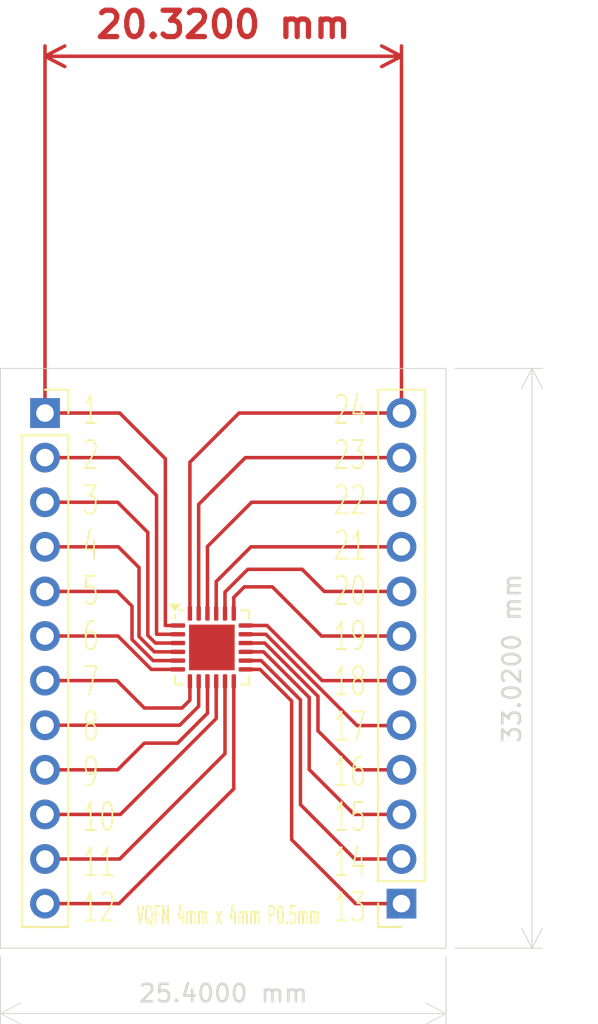
<source format=kicad_pcb>
(kicad_pcb (version 20240108) (generator "pcbnew") (generator_version "8.0")
  (layers (0 "F.Cu" signal) (31 "B.Cu" signal) (34 "B.Paste" user) (35 "F.Paste" user) (36 "B.SilkS" user "B.Silkscreen") (37 "F.SilkS" user "F.Silkscreen") (38 "B.Mask" user) (39 "F.Mask" user) (44 "Edge.Cuts" user))
  (net 0 "")
  (net 1 "Net-(J1-Pin_6)")
  (net 2 "Net-(J1-Pin_2)")
  (net 3 "Net-(J1-Pin_7)")
  (net 4 "Net-(J1-Pin_3)")
  (net 5 "Net-(J1-Pin_11)")
  (net 6 "Net-(J1-Pin_4)")
  (net 7 "Net-(J1-Pin_10)")
  (net 8 "Net-(J1-Pin_12)")
  (net 9 "Net-(J1-Pin_1)")
  (net 10 "Net-(J1-Pin_8)")
  (net 11 "Net-(J2-Pin_11)")
  (net 12 "Net-(J2-Pin_5)")
  (net 13 "Net-(J2-Pin_10)")
  (net 14 "Net-(J2-Pin_8)")
  (net 15 "Net-(J2-Pin_4)")
  (net 16 "Net-(J2-Pin_1)")
  (net 17 "Net-(J2-Pin_2)")
  (net 18 "Net-(J2-Pin_6)")
  (net 19 "Net-(J2-Pin_9)")
  (net 20 "Net-(J2-Pin_3)")
  (net 21 "Net-(J2-Pin_7)")
  (net 22 "Net-(J2-Pin_12)")
  (net 23 "Net-(J1-Pin_9)")
  (net 24 "Net-(J1-Pin_5)")
  (footprint "Connector_PinSocket_2.54mm:PinSocket_1x12_P2.54mm_Vertical" (layer "F.Cu") (at 127 104.14)
    (property "Reference" "J1" (hide yes))
    (property "Value" "Conn_01x12_Pin" (hide yes))
    (fp_line (start -1.33 1.27) (end -1.33 29.27) (stroke (width 0.12)) (layer "F.SilkS"))
    (fp_line (start -1.33 1.27) (end 1.33 1.27) (stroke (width 0.12)) (layer "F.SilkS"))
    (fp_line (start -1.33 29.27) (end 1.33 29.27) (stroke (width 0.12)) (layer "F.SilkS"))
    (fp_line (start 0 -1.33) (end 1.33 -1.33) (stroke (width 0.12)) (layer "F.SilkS"))
    (fp_line (start 1.33 -1.33) (end 1.33 0) (stroke (width 0.12)) (layer "F.SilkS"))
    (fp_line (start 1.33 1.27) (end 1.33 29.27) (stroke (width 0.12)) (layer "F.SilkS"))
    (pad "1" thru_hole rect (at 0 0) (size 1.7 1.7) (drill 1) (layers "*.Cu" "*.Mask") (net 9 "Net-(J1-Pin_1)"))
    (pad "2" thru_hole oval (at 0 2.54) (size 1.7 1.7) (drill 1) (layers "*.Cu" "*.Mask") (net 2 "Net-(J1-Pin_2)"))
    (pad "3" thru_hole oval (at 0 5.08) (size 1.7 1.7) (drill 1) (layers "*.Cu" "*.Mask") (net 4 "Net-(J1-Pin_3)"))
    (pad "4" thru_hole oval (at 0 7.62) (size 1.7 1.7) (drill 1) (layers "*.Cu" "*.Mask") (net 6 "Net-(J1-Pin_4)"))
    (pad "5" thru_hole oval (at 0 10.16) (size 1.7 1.7) (drill 1) (layers "*.Cu" "*.Mask") (net 24 "Net-(J1-Pin_5)"))
    (pad "6" thru_hole oval (at 0 12.7) (size 1.7 1.7) (drill 1) (layers "*.Cu" "*.Mask") (net 1 "Net-(J1-Pin_6)"))
    (pad "7" thru_hole oval (at 0 15.24) (size 1.7 1.7) (drill 1) (layers "*.Cu" "*.Mask") (net 3 "Net-(J1-Pin_7)"))
    (pad "8" thru_hole oval (at 0 17.78) (size 1.7 1.7) (drill 1) (layers "*.Cu" "*.Mask") (net 10 "Net-(J1-Pin_8)"))
    (pad "9" thru_hole oval (at 0 20.32) (size 1.7 1.7) (drill 1) (layers "*.Cu" "*.Mask") (net 23 "Net-(J1-Pin_9)"))
    (pad "10" thru_hole oval (at 0 22.86) (size 1.7 1.7) (drill 1) (layers "*.Cu" "*.Mask") (net 7 "Net-(J1-Pin_10)"))
    (pad "11" thru_hole oval (at 0 25.4) (size 1.7 1.7) (drill 1) (layers "*.Cu" "*.Mask") (net 5 "Net-(J1-Pin_11)"))
    (pad "12" thru_hole oval (at 0 27.94) (size 1.7 1.7) (drill 1) (layers "*.Cu" "*.Mask") (net 8 "Net-(J1-Pin_12)"))
  )
  (footprint "Connector_PinSocket_2.54mm:PinSocket_1x12_P2.54mm_Vertical" (layer "F.Cu") (at 147.32 132.08 180)
    (property "Reference" "J2" (hide yes))
    (property "Value" "Conn_01x12_Pin" (hide yes))
    (fp_line (start 1.33 1.27) (end 1.33 29.27) (stroke (width 0.12)) (layer "F.SilkS"))
    (fp_line (start 1.33 -1.33) (end 1.33 0) (stroke (width 0.12)) (layer "F.SilkS"))
    (fp_line (start 0 -1.33) (end 1.33 -1.33) (stroke (width 0.12)) (layer "F.SilkS"))
    (fp_line (start -1.33 29.27) (end 1.33 29.27) (stroke (width 0.12)) (layer "F.SilkS"))
    (fp_line (start -1.33 1.27) (end 1.33 1.27) (stroke (width 0.12)) (layer "F.SilkS"))
    (fp_line (start -1.33 1.27) (end -1.33 29.27) (stroke (width 0.12)) (layer "F.SilkS"))
    (pad "1" thru_hole rect (at 0 0 180) (size 1.7 1.7) (drill 1) (layers "*.Cu" "*.Mask") (net 16 "Net-(J2-Pin_1)"))
    (pad "2" thru_hole oval (at 0 2.54 180) (size 1.7 1.7) (drill 1) (layers "*.Cu" "*.Mask") (net 17 "Net-(J2-Pin_2)"))
    (pad "3" thru_hole oval (at 0 5.08 180) (size 1.7 1.7) (drill 1) (layers "*.Cu" "*.Mask") (net 20 "Net-(J2-Pin_3)"))
    (pad "4" thru_hole oval (at 0 7.62 180) (size 1.7 1.7) (drill 1) (layers "*.Cu" "*.Mask") (net 15 "Net-(J2-Pin_4)"))
    (pad "5" thru_hole oval (at 0 10.16 180) (size 1.7 1.7) (drill 1) (layers "*.Cu" "*.Mask") (net 12 "Net-(J2-Pin_5)"))
    (pad "6" thru_hole oval (at 0 12.7 180) (size 1.7 1.7) (drill 1) (layers "*.Cu" "*.Mask") (net 18 "Net-(J2-Pin_6)"))
    (pad "7" thru_hole oval (at 0 15.24 180) (size 1.7 1.7) (drill 1) (layers "*.Cu" "*.Mask") (net 21 "Net-(J2-Pin_7)"))
    (pad "8" thru_hole oval (at 0 17.78 180) (size 1.7 1.7) (drill 1) (layers "*.Cu" "*.Mask") (net 14 "Net-(J2-Pin_8)"))
    (pad "9" thru_hole oval (at 0 20.32 180) (size 1.7 1.7) (drill 1) (layers "*.Cu" "*.Mask") (net 19 "Net-(J2-Pin_9)"))
    (pad "10" thru_hole oval (at 0 22.86 180) (size 1.7 1.7) (drill 1) (layers "*.Cu" "*.Mask") (net 13 "Net-(J2-Pin_10)"))
    (pad "11" thru_hole oval (at 0 25.4 180) (size 1.7 1.7) (drill 1) (layers "*.Cu" "*.Mask") (net 11 "Net-(J2-Pin_11)"))
    (pad "12" thru_hole oval (at 0 27.94 180) (size 1.7 1.7) (drill 1) (layers "*.Cu" "*.Mask") (net 22 "Net-(J2-Pin_12)"))
  )
  (footprint "Package_DFN_QFN:QFN-24-1EP_4x4mm_P0.5mm_EP2.6x2.6mm" (layer "F.Cu") (at 136.51 117.49)
    (property "Reference" "U1" (hide yes))
    (property "Value" "ATtiny1627-M" (hide yes))
    (fp_line (start -2.11 -1.635) (end -2.11 -1.87) (stroke (width 0.12)) (layer "F.SilkS"))
    (fp_line (start -2.11 2.11) (end -2.11 1.635) (stroke (width 0.12)) (layer "F.SilkS"))
    (fp_line (start -1.635 -2.11) (end -1.81 -2.11) (stroke (width 0.12)) (layer "F.SilkS"))
    (fp_line (start -1.635 2.11) (end -2.11 2.11) (stroke (width 0.12)) (layer "F.SilkS"))
    (fp_line (start 1.635 -2.11) (end 2.11 -2.11) (stroke (width 0.12)) (layer "F.SilkS"))
    (fp_line (start 1.635 2.11) (end 2.11 2.11) (stroke (width 0.12)) (layer "F.SilkS"))
    (fp_line (start 2.11 -2.11) (end 2.11 -1.635) (stroke (width 0.12)) (layer "F.SilkS"))
    (fp_line (start 2.11 2.11) (end 2.11 1.635) (stroke (width 0.12)) (layer "F.SilkS"))
    (fp_poly (pts (xy -2.11 -2.11) (xy -2.35 -2.44) (xy -1.87 -2.44) (xy -2.11 -2.11)) (stroke (width 0.12)) (fill solid) (layer "F.SilkS"))
    (pad "1" smd roundrect (at -1.9375 -1.25) (size 0.825 0.25) (layers "F.Cu" "F.Paste" "F.Mask") (net 9 "Net-(J1-Pin_1)"))
    (pad "2" smd roundrect (at -1.9375 -0.75) (size 0.825 0.25) (layers "F.Cu" "F.Paste" "F.Mask") (net 2 "Net-(J1-Pin_2)"))
    (pad "3" smd roundrect (at -1.9375 -0.25) (size 0.825 0.25) (layers "F.Cu" "F.Paste" "F.Mask") (net 4 "Net-(J1-Pin_3)"))
    (pad "4" smd roundrect (at -1.9375 0.25) (size 0.825 0.25) (layers "F.Cu" "F.Paste" "F.Mask") (net 6 "Net-(J1-Pin_4)"))
    (pad "5" smd roundrect (at -1.9375 0.75) (size 0.825 0.25) (layers "F.Cu" "F.Paste" "F.Mask") (net 24 "Net-(J1-Pin_5)"))
    (pad "6" smd roundrect (at -1.9375 1.25) (size 0.825 0.25) (layers "F.Cu" "F.Paste" "F.Mask") (net 1 "Net-(J1-Pin_6)"))
    (pad "7" smd roundrect (at -1.25 1.9375) (size 0.25 0.825) (layers "F.Cu" "F.Paste" "F.Mask") (net 3 "Net-(J1-Pin_7)"))
    (pad "8" smd roundrect (at -0.75 1.9375) (size 0.25 0.825) (layers "F.Cu" "F.Paste" "F.Mask") (net 10 "Net-(J1-Pin_8)"))
    (pad "9" smd roundrect (at -0.25 1.9375) (size 0.25 0.825) (layers "F.Cu" "F.Paste" "F.Mask") (net 23 "Net-(J1-Pin_9)"))
    (pad "10" smd roundrect (at 0.25 1.9375) (size 0.25 0.825) (layers "F.Cu" "F.Paste" "F.Mask") (net 7 "Net-(J1-Pin_10)"))
    (pad "11" smd roundrect (at 0.75 1.9375) (size 0.25 0.825) (layers "F.Cu" "F.Paste" "F.Mask") (net 5 "Net-(J1-Pin_11)"))
    (pad "12" smd roundrect (at 1.25 1.9375) (size 0.25 0.825) (layers "F.Cu" "F.Paste" "F.Mask") (net 8 "Net-(J1-Pin_12)"))
    (pad "13" smd roundrect (at 1.9375 1.25) (size 0.825 0.25) (layers "F.Cu" "F.Paste" "F.Mask") (net 16 "Net-(J2-Pin_1)"))
    (pad "14" smd roundrect (at 1.9375 0.75) (size 0.825 0.25) (layers "F.Cu" "F.Paste" "F.Mask") (net 17 "Net-(J2-Pin_2)"))
    (pad "15" smd roundrect (at 1.9375 0.25) (size 0.825 0.25) (layers "F.Cu" "F.Paste" "F.Mask") (net 20 "Net-(J2-Pin_3)"))
    (pad "16" smd roundrect (at 1.9375 -0.25) (size 0.825 0.25) (layers "F.Cu" "F.Paste" "F.Mask") (net 15 "Net-(J2-Pin_4)"))
    (pad "17" smd roundrect (at 1.9375 -0.75) (size 0.825 0.25) (layers "F.Cu" "F.Paste" "F.Mask") (net 12 "Net-(J2-Pin_5)"))
    (pad "18" smd roundrect (at 1.9375 -1.25) (size 0.825 0.25) (layers "F.Cu" "F.Paste" "F.Mask") (net 18 "Net-(J2-Pin_6)"))
    (pad "19" smd roundrect (at 1.25 -1.9375) (size 0.25 0.825) (layers "F.Cu" "F.Paste" "F.Mask") (net 21 "Net-(J2-Pin_7)"))
    (pad "20" smd roundrect (at 0.75 -1.9375) (size 0.25 0.825) (layers "F.Cu" "F.Paste" "F.Mask") (net 14 "Net-(J2-Pin_8)"))
    (pad "21" smd roundrect (at 0.25 -1.9375) (size 0.25 0.825) (layers "F.Cu" "F.Paste" "F.Mask") (net 19 "Net-(J2-Pin_9)"))
    (pad "22" smd roundrect (at -0.25 -1.9375) (size 0.25 0.825) (layers "F.Cu" "F.Paste" "F.Mask") (net 13 "Net-(J2-Pin_10)"))
    (pad "23" smd roundrect (at -0.75 -1.9375) (size 0.25 0.825) (layers "F.Cu" "F.Paste" "F.Mask") (net 11 "Net-(J2-Pin_11)"))
    (pad "24" smd roundrect (at -1.25 -1.9375) (size 0.25 0.825) (layers "F.Cu" "F.Paste" "F.Mask") (net 22 "Net-(J2-Pin_12)"))
    (pad "25" smd rect (at 0 0) (size 2.6 2.6) (property pad_prop_heatsink) (layers "F.Cu" "F.Mask") (net 4 "Net-(J1-Pin_3)"))
  )
  (gr_rect (start 124.46 101.6) (end 149.86 134.62) (stroke (width 0.05)) (fill none) (layer "Edge.Cuts"))
  (gr_text "1\n2\n3\n4\n5\n6\n7\n8\n9\n10\n11\n12" (at 129.06 133.24 0) (layer "F.SilkS") (effects (font (size 1.6 1) (thickness 0.1)) (justify left bottom)))
  (gr_text "24\n23\n22\n21\n20\n19\n18\n17\n16\n15\n14\n13" (at 143.36 133.24 0) (layer "F.SilkS") (effects (font (size 1.6 1) (thickness 0.1)) (justify left bottom)))
  (gr_text "VQFN 4mm x 4mm P0.5mm" (at 132.16 133.34 0) (layer "F.SilkS") (effects (font (size 1 0.5) (thickness 0.1)) (justify left bottom)))
  (dimension (type aligned) (layer "F.Cu") (pts (xy 127 104.14) (xy 147.32 104.14)) (height -20.32) (gr_text "20.3200 mm" (at 137.16 82.02 0) (layer "F.Cu") (effects (font (size 1.5 1.5) (thickness 0.3)))) (format (prefix "") (suffix "") (units 3) (units_format 1) (precision 4)) (style (thickness 0.2) (arrow_length 1.27) (text_position_mode 0) (extension_height 0.58642) (extension_offset 0.5) keep_text_aligned))
  (dimension (type aligned) (layer "Edge.Cuts") (pts (xy 124.46 134.62) (xy 149.86 134.62)) (height 3.72) (gr_text "25.4000 mm" (at 137.16 137.19 0) (layer "Edge.Cuts") (effects (font (size 1 1) (thickness 0.15)))) (format (prefix "") (suffix "") (units 3) (units_format 1) (precision 4)) (style (thickness 0.05) (arrow_length 1.27) (text_position_mode 0) (extension_height 0.58642) (extension_offset 0.5) keep_text_aligned))
  (dimension (type aligned) (layer "Edge.Cuts") (pts (xy 149.86 134.62) (xy 149.86 101.6)) (height 4.9) (gr_text "33.0200 mm" (at 153.61 118.11 90) (layer "Edge.Cuts") (effects (font (size 1 1) (thickness 0.15)))) (format (prefix "") (suffix "") (units 3) (units_format 1) (precision 4)) (style (thickness 0.05) (arrow_length 1.27) (text_position_mode 0) (extension_height 0.58642) (extension_offset 0.5) keep_text_aligned))
  (segment (start 133.06 118.74) (end 131.16 116.84) (width 0.2) (layer "F.Cu") (net 1))
  (segment (start 131.16 116.84) (end 127 116.84) (width 0.2) (layer "F.Cu") (net 1))
  (segment (start 134.5725 118.74) (end 133.06 118.74) (width 0.2) (layer "F.Cu") (net 1))
  (segment (start 133.36 116.74) (end 133.36 108.84) (width 0.2) (layer "F.Cu") (net 2))
  (segment (start 133.36 108.84) (end 131.2 106.68) (width 0.2) (layer "F.Cu") (net 2))
  (segment (start 131.2 106.68) (end 127 106.68) (width 0.2) (layer "F.Cu") (net 2))
  (segment (start 134.5725 116.74) (end 133.36 116.74) (width 0.2) (layer "F.Cu") (net 2))
  (segment (start 134.81 120.94) (end 132.66 120.94) (width 0.2) (layer "F.Cu") (net 3))
  (segment (start 135.26 120.49) (end 134.81 120.94) (width 0.2) (layer "F.Cu") (net 3))
  (segment (start 132.66 120.94) (end 131.1 119.38) (width 0.2) (layer "F.Cu") (net 3))
  (segment (start 131.1 119.38) (end 127 119.38) (width 0.2) (layer "F.Cu") (net 3))
  (segment (start 135.26 119.4275) (end 135.26 120.49) (width 0.2) (layer "F.Cu") (net 3))
  (segment (start 132.86 110.94) (end 131.14 109.22) (width 0.2) (layer "F.Cu") (net 4))
  (segment (start 131.14 109.22) (end 127 109.22) (width 0.2) (layer "F.Cu") (net 4))
  (segment (start 133.294315 117.24) (end 132.86 116.805685) (width 0.2) (layer "F.Cu") (net 4))
  (segment (start 134.5725 117.24) (end 133.294315 117.24) (width 0.2) (layer "F.Cu") (net 4))
  (segment (start 132.86 116.805685) (end 132.86 110.94) (width 0.2) (layer "F.Cu") (net 4))
  (segment (start 131.26 129.54) (end 127 129.54) (width 0.2) (layer "F.Cu") (net 5))
  (segment (start 137.26 119.4275) (end 137.26 123.54) (width 0.2) (layer "F.Cu") (net 5))
  (segment (start 137.26 123.54) (end 131.26 129.54) (width 0.2) (layer "F.Cu") (net 5))
  (segment (start 132.36 112.94) (end 131.18 111.76) (width 0.2) (layer "F.Cu") (net 6))
  (segment (start 134.5725 117.74) (end 133.22863 117.74) (width 0.2) (layer "F.Cu") (net 6))
  (segment (start 131.18 111.76) (end 127 111.76) (width 0.2) (layer "F.Cu") (net 6))
  (segment (start 133.22863 117.74) (end 132.36 116.87137) (width 0.2) (layer "F.Cu") (net 6))
  (segment (start 132.36 116.87137) (end 132.36 112.94) (width 0.2) (layer "F.Cu") (net 6))
  (segment (start 136.76 119.4275) (end 136.76 121.54) (width 0.2) (layer "F.Cu") (net 7))
  (segment (start 131.3 127) (end 127 127) (width 0.2) (layer "F.Cu") (net 7))
  (segment (start 136.76 121.54) (end 131.3 127) (width 0.2) (layer "F.Cu") (net 7))
  (segment (start 131.22 132.08) (end 127 132.08) (width 0.2) (layer "F.Cu") (net 8))
  (segment (start 137.76 119.4275) (end 137.76 125.54) (width 0.2) (layer "F.Cu") (net 8))
  (segment (start 137.76 125.54) (end 131.22 132.08) (width 0.2) (layer "F.Cu") (net 8))
  (segment (start 133.86 106.74) (end 131.26 104.14) (width 0.2) (layer "F.Cu") (net 9))
  (segment (start 133.86 116.24) (end 133.86 106.74) (width 0.2) (layer "F.Cu") (net 9))
  (segment (start 131.26 104.14) (end 127 104.14) (width 0.2) (layer "F.Cu") (net 9))
  (segment (start 134.5725 116.24) (end 133.86 116.24) (width 0.2) (layer "F.Cu") (net 9))
  (segment (start 135.76 119.4275) (end 135.76 120.84) (width 0.2) (layer "F.Cu") (net 10))
  (segment (start 135.76 120.84) (end 134.68 121.92) (width 0.2) (layer "F.Cu") (net 10))
  (segment (start 134.68 121.92) (end 127 121.92) (width 0.2) (layer "F.Cu") (net 10))
  (segment (start 135.76 109.34) (end 138.42 106.68) (width 0.2) (layer "F.Cu") (net 11))
  (segment (start 135.76 115.5525) (end 135.76 109.34) (width 0.2) (layer "F.Cu") (net 11))
  (segment (start 138.42 106.68) (end 147.32 106.68) (width 0.2) (layer "F.Cu") (net 11))
  (segment (start 144.791372 121.94) (end 147.3 121.94) (width 0.2) (layer "F.Cu") (net 12))
  (segment (start 138.4475 116.74) (end 139.591372 116.74) (width 0.2) (layer "F.Cu") (net 12))
  (segment (start 147.3 121.94) (end 147.32 121.92) (width 0.2) (layer "F.Cu") (net 12))
  (segment (start 139.591372 116.74) (end 144.791372 121.94) (width 0.2) (layer "F.Cu") (net 12))
  (segment (start 136.26 111.74) (end 138.78 109.22) (width 0.2) (layer "F.Cu") (net 13))
  (segment (start 136.26 115.5525) (end 136.26 111.74) (width 0.2) (layer "F.Cu") (net 13))
  (segment (start 138.78 109.22) (end 147.32 109.22) (width 0.2) (layer "F.Cu") (net 13))
  (segment (start 137.26 115.5525) (end 137.26 114.34) (width 0.2) (layer "F.Cu") (net 14))
  (segment (start 142.92 114.3) (end 147.32 114.3) (width 0.2) (layer "F.Cu") (net 14))
  (segment (start 138.56 113.04) (end 141.66 113.04) (width 0.2) (layer "F.Cu") (net 14))
  (segment (start 137.26 114.34) (end 138.56 113.04) (width 0.2) (layer "F.Cu") (net 14))
  (segment (start 141.66 113.04) (end 142.92 114.3) (width 0.2) (layer "F.Cu") (net 14))
  (segment (start 142.56 122.24) (end 144.78 124.46) (width 0.2) (layer "F.Cu") (net 15))
  (segment (start 142.56 120.274314) (end 142.56 122.24) (width 0.2) (layer "F.Cu") (net 15))
  (segment (start 139.525686 117.24) (end 142.56 120.274314) (width 0.2) (layer "F.Cu") (net 15))
  (segment (start 144.78 124.46) (end 147.32 124.46) (width 0.2) (layer "F.Cu") (net 15))
  (segment (start 138.4475 117.24) (end 139.525686 117.24) (width 0.2) (layer "F.Cu") (net 15))
  (segment (start 141.06 128.44) (end 144.7 132.08) (width 0.2) (layer "F.Cu") (net 16))
  (segment (start 141.06 120.54) (end 141.06 128.44) (width 0.2) (layer "F.Cu") (net 16))
  (segment (start 139.26 118.74) (end 141.06 120.54) (width 0.2) (layer "F.Cu") (net 16))
  (segment (start 144.7 132.08) (end 147.32 132.08) (width 0.2) (layer "F.Cu") (net 16))
  (segment (start 138.4475 118.74) (end 139.26 118.74) (width 0.2) (layer "F.Cu") (net 16))
  (segment (start 144.66 129.54) (end 147.32 129.54) (width 0.2) (layer "F.Cu") (net 17))
  (segment (start 141.56 126.44) (end 144.66 129.54) (width 0.2) (layer "F.Cu") (net 17))
  (segment (start 138.4475 118.24) (end 139.325686 118.24) (width 0.2) (layer "F.Cu") (net 17))
  (segment (start 141.56 120.474314) (end 141.56 126.44) (width 0.2) (layer "F.Cu") (net 17))
  (segment (start 139.325686 118.24) (end 141.56 120.474314) (width 0.2) (layer "F.Cu") (net 17))
  (segment (start 138.4475 116.24) (end 139.657058 116.24) (width 0.2) (layer "F.Cu") (net 18))
  (segment (start 142.797058 119.38) (end 147.32 119.38) (width 0.2) (layer "F.Cu") (net 18))
  (segment (start 139.657058 116.24) (end 142.797058 119.38) (width 0.2) (layer "F.Cu") (net 18))
  (segment (start 136.76 113.74) (end 138.74 111.76) (width 0.2) (layer "F.Cu") (net 19))
  (segment (start 138.74 111.76) (end 147.32 111.76) (width 0.2) (layer "F.Cu") (net 19))
  (segment (start 136.76 115.5525) (end 136.76 113.74) (width 0.2) (layer "F.Cu") (net 19))
  (segment (start 138.4475 117.74) (end 139.46 117.74) (width 0.2) (layer "F.Cu") (net 20))
  (segment (start 139.46 117.74) (end 142.06 120.34) (width 0.2) (layer "F.Cu") (net 20))
  (segment (start 144.62 127) (end 147.32 127) (width 0.2) (layer "F.Cu") (net 20))
  (segment (start 142.06 124.44) (end 144.62 127) (width 0.2) (layer "F.Cu") (net 20))
  (segment (start 142.06 120.34) (end 142.06 124.44) (width 0.2) (layer "F.Cu") (net 20))
  (segment (start 137.76 115.5525) (end 137.76 114.64) (width 0.2) (layer "F.Cu") (net 21))
  (segment (start 142.76 116.84) (end 147.32 116.84) (width 0.2) (layer "F.Cu") (net 21))
  (segment (start 138.36 114.04) (end 139.96 114.04) (width 0.2) (layer "F.Cu") (net 21))
  (segment (start 137.76 114.64) (end 138.36 114.04) (width 0.2) (layer "F.Cu") (net 21))
  (segment (start 139.96 114.04) (end 142.76 116.84) (width 0.2) (layer "F.Cu") (net 21))
  (segment (start 138.06 104.14) (end 135.26 106.94) (width 0.2) (layer "F.Cu") (net 22))
  (segment (start 147.32 104.14) (end 138.06 104.14) (width 0.2) (layer "F.Cu") (net 22))
  (segment (start 135.26 106.94) (end 135.26 115.5525) (width 0.2) (layer "F.Cu") (net 22))
  (segment (start 136.26 119.4275) (end 136.26 121.24) (width 0.2) (layer "F.Cu") (net 23))
  (segment (start 131.14 124.46) (end 127 124.46) (width 0.2) (layer "F.Cu") (net 23))
  (segment (start 132.66 122.94) (end 131.14 124.46) (width 0.2) (layer "F.Cu") (net 23))
  (segment (start 136.26 121.24) (end 134.56 122.94) (width 0.2) (layer "F.Cu") (net 23))
  (segment (start 134.56 122.94) (end 132.66 122.94) (width 0.2) (layer "F.Cu") (net 23))
  (segment (start 131.12 114.3) (end 127 114.3) (width 0.2) (layer "F.Cu") (net 24))
  (segment (start 134.5725 118.24) (end 133.162944 118.24) (width 0.2) (layer "F.Cu") (net 24))
  (segment (start 133.162944 118.24) (end 131.96 117.037056) (width 0.2) (layer "F.Cu") (net 24))
  (segment (start 131.96 115.14) (end 131.12 114.3) (width 0.2) (layer "F.Cu") (net 24))
  (segment (start 131.96 117.037056) (end 131.96 115.14) (width 0.2) (layer "F.Cu") (net 24))
)
</source>
